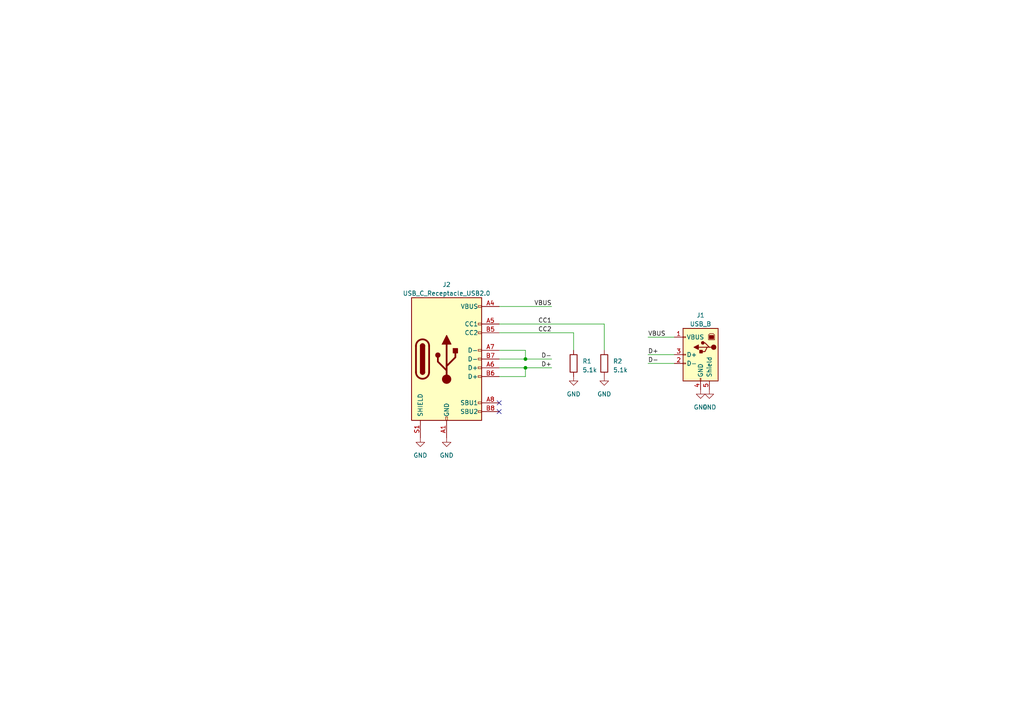
<source format=kicad_sch>
(kicad_sch (version 20230121) (generator eeschema)
  (paper "A4")
  (lib_symbols
    (symbol "Connector:USB_B" (pin_names (offset 1.016))
      (property "Reference" "J" (at -5.08 11.43 0))
      (property "Value" "USB_B" (at -5.08 8.89 0))
      (symbol "USB_B_0_1"
        (rectangle (start -5.08 -7.62) (end 5.08 7.62) (stroke (width 0.254)) (fill (type background)))
        (circle (center -3.81 2.159) (radius 0.635) (stroke (width 0.254)) (fill (type outline)))
        (rectangle (start -3.81 5.588) (end -2.54 4.572) (fill (type outline)))
        (circle (center -0.635 3.429) (radius 0.381) (stroke (width 0.254)) (fill (type outline)))
        (rectangle (start -0.127 -7.62) (end 0.127 -6.858))
        (polyline (pts (xy -1.905 2.159) (xy 0.635 2.159)) (stroke (width 0.254)))
        (polyline (pts (xy -3.175 2.159) (xy -2.54 2.159) (xy -1.27 3.429) (xy -0.635 3.429)) (stroke (width 0.254)))
        (polyline (pts (xy -2.54 2.159) (xy -1.905 2.159) (xy -1.27 0.889) (xy 0 0.889)) (stroke (width 0.254)))
        (polyline (pts (xy 0.635 2.794) (xy 0.635 1.524) (xy 1.905 2.159) (xy 0.635 2.794)) (stroke (width 0.254)) (fill (type outline)))
        (polyline (pts (xy -4.064 4.318) (xy -2.286 4.318) (xy -2.286 5.715) (xy -2.667 6.096) (xy -3.683 6.096) (xy -4.064 5.715) (xy -4.064 4.318)))
        (rectangle (start 0.254 1.27) (end -0.508 0.508) (stroke (width 0.254)) (fill (type outline)))
        (rectangle (start 5.08 -2.667) (end 4.318 -2.413))
        (rectangle (start 5.08 -0.127) (end 4.318 0.127))
        (rectangle (start 5.08 4.953) (end 4.318 5.207))
      )
      (symbol "USB_B_1_1"
        (pin power_out line (at 7.62 5.08 180) (length 2.54) (name "VBUS") (number "1"))
        (pin bidirectional line (at 7.62 -2.54 180) (length 2.54) (name "D-") (number "2"))
        (pin bidirectional line (at 7.62 0 180) (length 2.54) (name "D+") (number "3"))
        (pin power_out line (at 0 -10.16 90) (length 2.54) (name "GND") (number "4"))
        (pin passive line (at -2.54 -10.16 90) (length 2.54) (name "Shield") (number "5"))
      )
    )
    (symbol "Connector:USB_C_Receptacle_USB2.0" (pin_names (offset 1.016))
      (property "Reference" "J" (at -10.16 19.05 0))
      (property "Value" "USB_C_Receptacle_USB2.0" (at 19.05 19.05 0))
      (symbol "USB_C_Receptacle_USB2.0_0_0"
        (rectangle (start -0.254 -17.78) (end 0.254 -16.764))
        (rectangle (start 10.16 -14.986) (end 9.144 -15.494))
        (rectangle (start 10.16 -12.446) (end 9.144 -12.954))
        (rectangle (start 10.16 -4.826) (end 9.144 -5.334))
        (rectangle (start 10.16 -2.286) (end 9.144 -2.794))
        (rectangle (start 10.16 0.254) (end 9.144 -0.254))
        (rectangle (start 10.16 2.794) (end 9.144 2.286))
        (rectangle (start 10.16 7.874) (end 9.144 7.366))
        (rectangle (start 10.16 10.414) (end 9.144 9.906))
        (rectangle (start 10.16 15.494) (end 9.144 14.986))
      )
      (symbol "USB_C_Receptacle_USB2.0_0_1"
        (rectangle (start -10.16 17.78) (end 10.16 -17.78) (stroke (width 0.254)) (fill (type background)))
        (arc (start -8.89 -3.81) (mid -6.985 -5.7067) (end -5.08 -3.81) (stroke (width 0.508)))
        (arc (start -7.62 -3.81) (mid -6.985 -4.4423) (end -6.35 -3.81) (stroke (width 0.254)))
        (arc (start -7.62 -3.81) (mid -6.985 -4.4423) (end -6.35 -3.81) (stroke (width 0.254)) (fill (type outline)))
        (rectangle (start -7.62 -3.81) (end -6.35 3.81) (stroke (width 0.254)) (fill (type outline)))
        (arc (start -6.35 3.81) (mid -6.985 4.4423) (end -7.62 3.81) (stroke (width 0.254)))
        (arc (start -6.35 3.81) (mid -6.985 4.4423) (end -7.62 3.81) (stroke (width 0.254)) (fill (type outline)))
        (arc (start -5.08 3.81) (mid -6.985 5.7067) (end -8.89 3.81) (stroke (width 0.508)))
        (circle (center -2.54 1.143) (radius 0.635) (stroke (width 0.254)) (fill (type outline)))
        (circle (center 0 -5.842) (radius 1.27) (fill (type outline)))
        (polyline (pts (xy -8.89 -3.81) (xy -8.89 3.81)) (stroke (width 0.508)))
        (polyline (pts (xy -5.08 3.81) (xy -5.08 -3.81)) (stroke (width 0.508)))
        (polyline (pts (xy 0 -5.842) (xy 0 4.318)) (stroke (width 0.508)))
        (polyline (pts (xy 0 -3.302) (xy -2.54 -0.762) (xy -2.54 0.508)) (stroke (width 0.508)))
        (polyline (pts (xy 0 -2.032) (xy 2.54 0.508) (xy 2.54 1.778)) (stroke (width 0.508)))
        (polyline (pts (xy -1.27 4.318) (xy 0 6.858) (xy 1.27 4.318) (xy -1.27 4.318)) (stroke (width 0.254)) (fill (type outline)))
        (rectangle (start 1.905 1.778) (end 3.175 3.048) (stroke (width 0.254)) (fill (type outline)))
      )
      (symbol "USB_C_Receptacle_USB2.0_1_1"
        (pin passive line (at 0 -22.86 90) (length 5.08) (name "GND") (number "A1"))
        (pin passive line (at 0 -22.86 90) (length 5.08) hide (name "GND") (number "A12"))
        (pin passive line (at 15.24 15.24 180) (length 5.08) (name "VBUS") (number "A4"))
        (pin bidirectional line (at 15.24 10.16 180) (length 5.08) (name "CC1") (number "A5"))
        (pin bidirectional line (at 15.24 -2.54 180) (length 5.08) (name "D+") (number "A6"))
        (pin bidirectional line (at 15.24 2.54 180) (length 5.08) (name "D-") (number "A7"))
        (pin bidirectional line (at 15.24 -12.7 180) (length 5.08) (name "SBU1") (number "A8"))
        (pin passive line (at 15.24 15.24 180) (length 5.08) hide (name "VBUS") (number "A9"))
        (pin passive line (at 0 -22.86 90) (length 5.08) hide (name "GND") (number "B1"))
        (pin passive line (at 0 -22.86 90) (length 5.08) hide (name "GND") (number "B12"))
        (pin passive line (at 15.24 15.24 180) (length 5.08) hide (name "VBUS") (number "B4"))
        (pin bidirectional line (at 15.24 7.62 180) (length 5.08) (name "CC2") (number "B5"))
        (pin bidirectional line (at 15.24 -5.08 180) (length 5.08) (name "D+") (number "B6"))
        (pin bidirectional line (at 15.24 0 180) (length 5.08) (name "D-") (number "B7"))
        (pin bidirectional line (at 15.24 -15.24 180) (length 5.08) (name "SBU2") (number "B8"))
        (pin passive line (at 15.24 15.24 180) (length 5.08) hide (name "VBUS") (number "B9"))
        (pin passive line (at -7.62 -22.86 90) (length 5.08) (name "SHIELD") (number "S1"))
      )
    )
    (symbol "Device:R" (pin_numbers hide) (pin_names (offset 0))
      (property "Reference" "R" (at 2.032 0 90))
      (property "Value" "R" (at 0 0 90))
      (symbol "R_0_1"
        (rectangle (start -1.016 -2.54) (end 1.016 2.54) (stroke (width 0.254)))
      )
      (symbol "R_1_1"
        (pin passive line (at 0 3.81 270) (length 1.27) (name "~") (number "1"))
        (pin passive line (at 0 -3.81 90) (length 1.27) (name "~") (number "2"))
      )
    )
    (symbol "power:GND" (power) (pin_names (offset 0))
      (property "Value" "GND" (at 0 -3.81 0))
      (symbol "GND_0_1"
        (polyline (pts (xy 0 0) (xy 0 -1.27) (xy 1.27 -1.27) (xy 0 -2.54) (xy -1.27 -1.27) (xy 0 -1.27)))
      )
      (symbol "GND_1_1"
        (pin power_in line (at 0 0 270) (length 0) hide (name "GND") (number "1"))
      )
    )
  )
  (junction (at 152.4 106.68))
  (junction (at 152.4 104.14))
  (no_connect (at 144.78 119.38))
  (no_connect (at 144.78 116.84))
  (wire (pts (xy 166.37 96.52) (xy 166.37 101.6)))
  (wire (pts (xy 144.78 93.98) (xy 175.26 93.98)))
  (wire (pts (xy 152.4 106.68) (xy 160.02 106.68)))
  (wire (pts (xy 152.4 104.14) (xy 160.02 104.14)))
  (wire (pts (xy 195.58 97.79) (xy 187.96 97.79)))
  (wire (pts (xy 144.78 109.22) (xy 152.4 109.22)))
  (wire (pts (xy 175.26 93.98) (xy 175.26 101.6)))
  (wire (pts (xy 144.78 88.9) (xy 160.02 88.9)))
  (wire (pts (xy 144.78 104.14) (xy 152.4 104.14)))
  (wire (pts (xy 144.78 96.52) (xy 166.37 96.52)))
  (wire (pts (xy 152.4 101.6) (xy 152.4 104.14)))
  (wire (pts (xy 144.78 101.6) (xy 152.4 101.6)))
  (wire (pts (xy 195.58 102.87) (xy 187.96 102.87)))
  (wire (pts (xy 195.58 105.41) (xy 187.96 105.41)))
  (wire (pts (xy 144.78 106.68) (xy 152.4 106.68)))
  (wire (pts (xy 152.4 106.68) (xy 152.4 109.22)))
  (label "D-" (at 160.02 104.14 180))
  (label "D+" (at 160.02 106.68 180))
  (label "CC1" (at 160.02 93.98 180))
  (label "VBUS" (at 187.96 97.79 0))
  (label "D-" (at 187.96 105.41 0))
  (label "D+" (at 187.96 102.87 0))
  (label "CC2" (at 160.02 96.52 180))
  (label "VBUS" (at 160.02 88.9 180))
  (symbol (lib_id "power:GND") (at 175.26 109.22 0) (unit 1)
    (property "Reference" "#PWR06" (effects hide))
    (property "Value" "GND" (at 175.26 114.3 0))
  )
  (symbol (lib_id "Connector:USB_C_Receptacle_USB2.0") (at 129.54 104.14 0) (unit 1)
    (property "Reference" "J2" (at 129.54 82.55 0))
    (property "Value" "USB_C_Receptacle_USB2.0" (at 129.54 85.09 0))
    (property "Footprint" "Connector_USB:USB_C_Receptacle_GCT_USB4105-xx-A_16P_TopMnt_Horizontal" (effects hide))
    (property "Datasheet" "https://www.usb.org/sites/default/files/documents/usb_type-c.zip" (effects hide))
  )
  (symbol (lib_id "Device:R") (at 166.37 105.41 0) (unit 1)
    (property "Reference" "R1" (at 168.91 104.775 0) (effects (justify left)))
    (property "Value" "5.1k" (at 168.91 107.315 0) (effects (justify left)))
    (property "Footprint" "Resistor_SMD:R_0603_1608Metric" (effects hide))
  )
  (symbol (lib_id "power:GND") (at 129.54 127 0) (unit 1)
    (property "Reference" "#PWR02" (effects hide))
    (property "Value" "GND" (at 129.54 132.08 0))
  )
  (symbol (lib_id "power:GND") (at 205.74 113.03 0) (unit 1)
    (property "Reference" "#PWR04" (effects hide))
    (property "Value" "GND" (at 205.74 118.11 0))
  )
  (symbol (lib_id "power:GND") (at 203.2 113.03 0) (unit 1)
    (property "Reference" "#PWR03" (effects hide))
    (property "Value" "GND" (at 203.2 118.11 0))
  )
  (symbol (lib_id "Connector:USB_B") (at 203.2 102.87 0) (mirror y) (unit 1)
    (property "Reference" "J1" (at 203.2 91.44 0))
    (property "Value" "USB_B" (at 203.2 93.98 0))
    (property "Footprint" "Connector_USB:USB_B_Lumberg_2411_02_Horizontal" (effects hide))
    (property "Datasheet" " ~" (effects hide))
  )
  (symbol (lib_id "Device:R") (at 175.26 105.41 0) (unit 1)
    (property "Reference" "R2" (at 177.8 104.775 0) (effects (justify left)))
    (property "Value" "5.1k" (at 177.8 107.315 0) (effects (justify left)))
    (property "Footprint" "Resistor_SMD:R_0603_1608Metric" (effects hide))
  )
  (symbol (lib_id "power:GND") (at 121.92 127 0) (unit 1)
    (property "Reference" "#PWR01" (effects hide))
    (property "Value" "GND" (at 121.92 132.08 0))
  )
  (symbol (lib_id "power:GND") (at 166.37 109.22 0) (unit 1)
    (property "Reference" "#PWR05" (effects hide))
    (property "Value" "GND" (at 166.37 114.3 0))
  )
)
</source>
